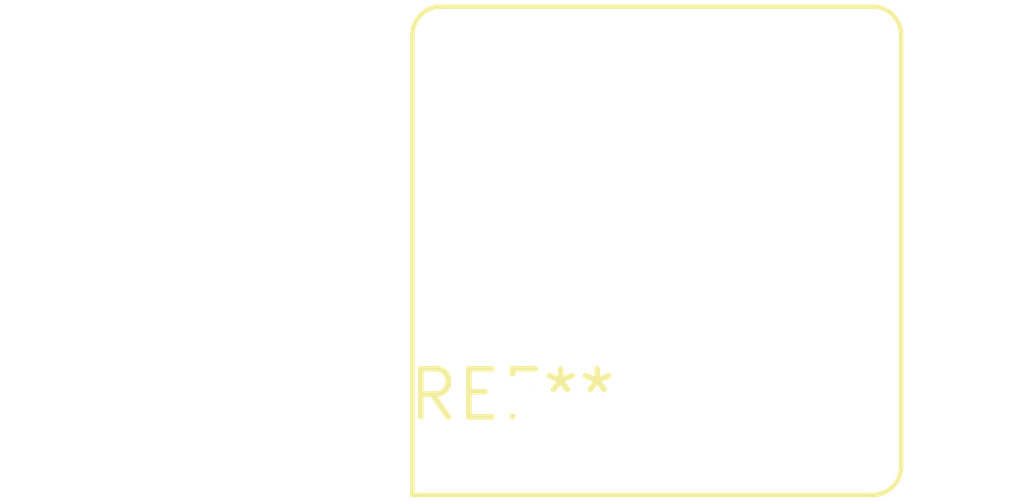
<source format=kicad_pcb>
(kicad_pcb (version 20240108) (generator pcbnew)
  (layers (0 "F.Cu" signal) (31 "B.Cu" signal) (34 "B.Paste" user) (35 "F.Paste" user) (36 "B.SilkS" user "B.Silkscreen") (37 "F.SilkS" user "F.Silkscreen") (38 "B.Mask" user) (39 "F.Mask" user) (44 "Edge.Cuts" user))
  (net 0 "")
  (footprint "Oscillator_DIP-8_LargePads" (layer "F.Cu") (at 0 0)
    (property "Reference" "REF**")
    (property "Value" "Oscillator_DIP-8_LargePads")
    (fp_line (start -2.64 -9.51) (end -2.64 2.64) (layer "F.SilkS") (stroke (width 0.12)))
    (fp_line (start -2.64 2.64) (end 9.51 2.64) (layer "F.SilkS") (stroke (width 0.12)))
    (fp_line (start 9.51 -10.26) (end -1.89 -10.26) (layer "F.SilkS") (stroke (width 0.12)))
    (fp_line (start 10.26 1.89) (end 10.26 -9.51) (layer "F.SilkS") (stroke (width 0.12)))
    (fp_arc (start -2.64 -9.51) (mid -2.42033 -10.04033) (end -1.89 -10.26) (layer "F.SilkS") (stroke (width 0.12)))
    (fp_arc (start 9.51 -10.26) (mid 10.04033 -10.04033) (end 10.26 -9.51) (layer "F.SilkS") (stroke (width 0.12)))
    (fp_arc (start 10.26 1.89) (mid 10.04033 2.42033) (end 9.51 2.64) (layer "F.SilkS") (stroke (width 0.12)))
    (pad "1" thru_hole rect (at 0 0) (size 2.5 2.5) (drill 1) (layers *.Cu *.Mask) (remove_unused_layers))
    (pad "4" thru_hole circle (at 7.62 0) (size 2.5 2.5) (drill 1) (layers *.Cu *.Mask) (remove_unused_layers))
    (pad "5" thru_hole circle (at 7.62 -7.62) (size 2.5 2.5) (drill 1) (layers *.Cu *.Mask) (remove_unused_layers))
    (pad "8" thru_hole circle (at 0 -7.62) (size 2.5 2.5) (drill 1) (layers *.Cu *.Mask) (remove_unused_layers))
  )
)
</source>
